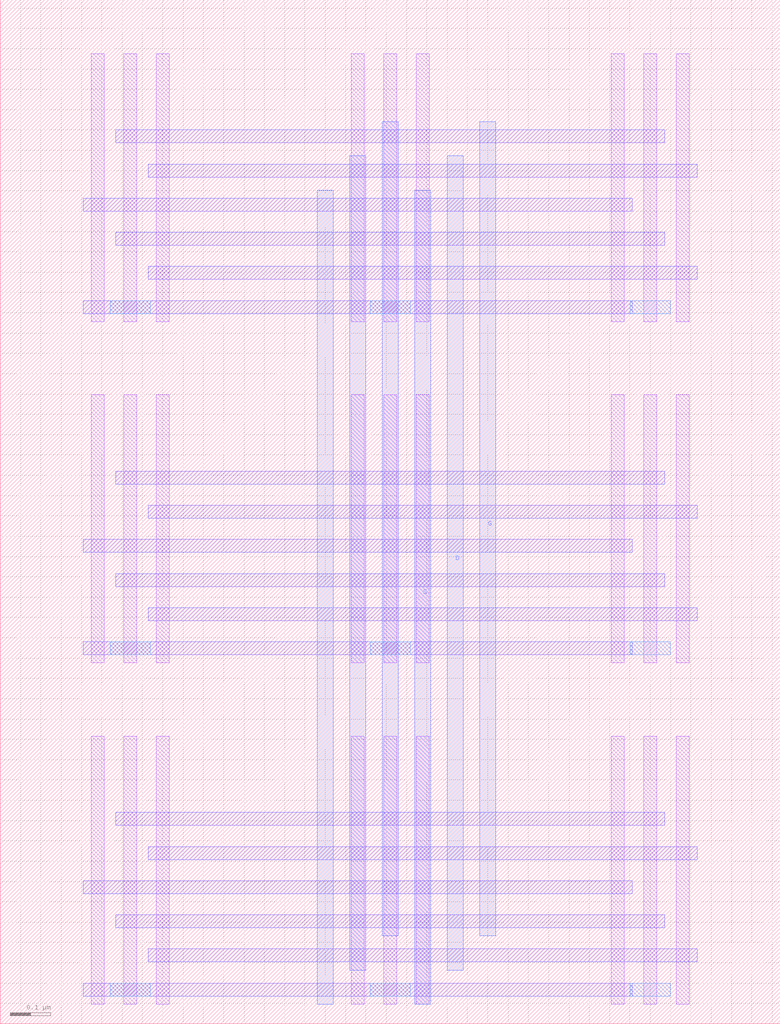
<source format=lef>
MACRO DCL_NMOS_n12_X2_Y1
  ORIGIN 0 0 ;
  FOREIGN DCL_NMOS_n12_X2_Y1 0 0 ;
  SIZE 1.2800 BY 0.8400 ;
  PIN S
    DIRECTION INOUT ;
    USE SIGNAL ;
    PORT
      LAYER M3 ;
        RECT 0.5400 0.0480 0.5800 0.2880 ;
      LAYER M3 ;
        RECT 0.7000 0.0480 0.7400 0.2880 ;
    END
  END S
  PIN D
    DIRECTION INOUT ;
    USE SIGNAL ;
    PORT
      LAYER M3 ;
        RECT 0.6200 0.1320 0.6600 0.3720 ;
      LAYER M3 ;
        RECT 0.7800 0.1320 0.8200 0.3720 ;
    END
  END D
  OBS
    LAYER M1 ;
      RECT 0.3040 0.0480 0.3360 0.7080 ;
    LAYER M1 ;
      RECT 0.2240 0.0480 0.2560 0.7080 ;
    LAYER M1 ;
      RECT 0.3840 0.0480 0.4160 0.7080 ;
    LAYER M1 ;
      RECT 0.9440 0.0480 0.9760 0.7080 ;
    LAYER M1 ;
      RECT 0.8640 0.0480 0.8960 0.7080 ;
    LAYER M1 ;
      RECT 1.0240 0.0480 1.0560 0.7080 ;
    LAYER M2 ;
      RECT 0.2040 0.0680 0.9160 0.1000 ;
    LAYER M2 ;
      RECT 0.2040 0.2360 0.9160 0.2680 ;
    LAYER M2 ;
      RECT 0.2840 0.1520 1.0760 0.1840 ;
    LAYER M2 ;
      RECT 0.2840 0.3200 1.0760 0.3520 ;
    LAYER pc ;
      RECT 0.2710 0.0680 0.3690 0.1000 ;
    LAYER pc ;
      RECT 0.9110 0.0680 1.0090 0.1000 ;
  END
END DCL_NMOS_n12_X2_Y1
MACRO Switch_NMOS_n12_X3_Y1
  ORIGIN 0 0 ;
  FOREIGN Switch_NMOS_n12_X3_Y1 0 0 ;
  SIZE 1.9200 BY 0.8400 ;
  PIN S
    DIRECTION INOUT ;
    USE SIGNAL ;
    PORT
      LAYER M3 ;
        RECT 0.7800 0.0480 0.8200 0.3720 ;
      LAYER M3 ;
        RECT 1.0200 0.0480 1.0600 0.3720 ;
    END
  END S
  PIN D
    DIRECTION INOUT ;
    USE SIGNAL ;
    PORT
      LAYER M3 ;
        RECT 0.8600 0.1320 0.9000 0.4560 ;
      LAYER M3 ;
        RECT 1.1000 0.1320 1.1400 0.4560 ;
    END
  END D
  PIN G
    DIRECTION INOUT ;
    USE SIGNAL ;
    PORT
      LAYER M3 ;
        RECT 0.9400 0.2160 0.9800 0.5400 ;
      LAYER M3 ;
        RECT 1.1800 0.2160 1.2200 0.5400 ;
    END
  END G
  OBS
    LAYER M1 ;
      RECT 0.3040 0.0480 0.3360 0.7080 ;
    LAYER M1 ;
      RECT 0.2240 0.0480 0.2560 0.7080 ;
    LAYER M1 ;
      RECT 0.3840 0.0480 0.4160 0.7080 ;
    LAYER M1 ;
      RECT 0.9440 0.0480 0.9760 0.7080 ;
    LAYER M1 ;
      RECT 0.8640 0.0480 0.8960 0.7080 ;
    LAYER M1 ;
      RECT 1.0240 0.0480 1.0560 0.7080 ;
    LAYER M1 ;
      RECT 1.5840 0.0480 1.6160 0.7080 ;
    LAYER M1 ;
      RECT 1.5040 0.0480 1.5360 0.7080 ;
    LAYER M1 ;
      RECT 1.6640 0.0480 1.6960 0.7080 ;
    LAYER M2 ;
      RECT 0.2040 0.0680 1.5560 0.1000 ;
    LAYER M2 ;
      RECT 0.2040 0.3200 1.5560 0.3520 ;
    LAYER M2 ;
      RECT 0.3640 0.1520 1.7160 0.1840 ;
    LAYER M2 ;
      RECT 0.3640 0.4040 1.7160 0.4360 ;
    LAYER M2 ;
      RECT 0.2840 0.2360 1.6360 0.2680 ;
    LAYER M2 ;
      RECT 0.2840 0.4880 1.6360 0.5200 ;
    LAYER pc ;
      RECT 0.2710 0.0680 0.3690 0.1000 ;
    LAYER pc ;
      RECT 0.9110 0.0680 1.0090 0.1000 ;
    LAYER pc ;
      RECT 1.5510 0.0680 1.6490 0.1000 ;
  END
END Switch_NMOS_n12_X3_Y1
MACRO Switch_NMOS_n12_X3_Y3
  ORIGIN 0 0 ;
  FOREIGN Switch_NMOS_n12_X3_Y3 0 0 ;
  SIZE 1.9200 BY 2.5200 ;
  PIN S
    DIRECTION INOUT ;
    USE SIGNAL ;
    PORT
      LAYER M3 ;
        RECT 0.7800 0.0480 0.8200 2.0520 ;
      LAYER M3 ;
        RECT 1.0200 0.0480 1.0600 2.0520 ;
    END
  END S
  PIN D
    DIRECTION INOUT ;
    USE SIGNAL ;
    PORT
      LAYER M3 ;
        RECT 0.8600 0.1320 0.9000 2.1360 ;
      LAYER M3 ;
        RECT 1.1000 0.1320 1.1400 2.1360 ;
    END
  END D
  PIN G
    DIRECTION INOUT ;
    USE SIGNAL ;
    PORT
      LAYER M3 ;
        RECT 0.9400 0.2160 0.9800 2.2200 ;
      LAYER M3 ;
        RECT 1.1800 0.2160 1.2200 2.2200 ;
    END
  END G
  OBS
    LAYER M1 ;
      RECT 0.3040 0.0480 0.3360 0.7080 ;
    LAYER M1 ;
      RECT 0.3040 0.8880 0.3360 1.5480 ;
    LAYER M1 ;
      RECT 0.3040 1.7280 0.3360 2.3880 ;
    LAYER M1 ;
      RECT 0.2240 0.0480 0.2560 0.7080 ;
    LAYER M1 ;
      RECT 0.2240 0.8880 0.2560 1.5480 ;
    LAYER M1 ;
      RECT 0.2240 1.7280 0.2560 2.3880 ;
    LAYER M1 ;
      RECT 0.3840 0.0480 0.4160 0.7080 ;
    LAYER M1 ;
      RECT 0.3840 0.8880 0.4160 1.5480 ;
    LAYER M1 ;
      RECT 0.3840 1.7280 0.4160 2.3880 ;
    LAYER M1 ;
      RECT 0.9440 0.0480 0.9760 0.7080 ;
    LAYER M1 ;
      RECT 0.9440 0.8880 0.9760 1.5480 ;
    LAYER M1 ;
      RECT 0.9440 1.7280 0.9760 2.3880 ;
    LAYER M1 ;
      RECT 0.8640 0.0480 0.8960 0.7080 ;
    LAYER M1 ;
      RECT 0.8640 0.8880 0.8960 1.5480 ;
    LAYER M1 ;
      RECT 0.8640 1.7280 0.8960 2.3880 ;
    LAYER M1 ;
      RECT 1.0240 0.0480 1.0560 0.7080 ;
    LAYER M1 ;
      RECT 1.0240 0.8880 1.0560 1.5480 ;
    LAYER M1 ;
      RECT 1.0240 1.7280 1.0560 2.3880 ;
    LAYER M1 ;
      RECT 1.5840 0.0480 1.6160 0.7080 ;
    LAYER M1 ;
      RECT 1.5840 0.8880 1.6160 1.5480 ;
    LAYER M1 ;
      RECT 1.5840 1.7280 1.6160 2.3880 ;
    LAYER M1 ;
      RECT 1.5040 0.0480 1.5360 0.7080 ;
    LAYER M1 ;
      RECT 1.5040 0.8880 1.5360 1.5480 ;
    LAYER M1 ;
      RECT 1.5040 1.7280 1.5360 2.3880 ;
    LAYER M1 ;
      RECT 1.6640 0.0480 1.6960 0.7080 ;
    LAYER M1 ;
      RECT 1.6640 0.8880 1.6960 1.5480 ;
    LAYER M1 ;
      RECT 1.6640 1.7280 1.6960 2.3880 ;
    LAYER M2 ;
      RECT 0.2040 0.0680 1.5560 0.1000 ;
    LAYER M2 ;
      RECT 0.2040 0.3200 1.5560 0.3520 ;
    LAYER M2 ;
      RECT 0.3640 0.1520 1.7160 0.1840 ;
    LAYER M2 ;
      RECT 0.3640 0.4040 1.7160 0.4360 ;
    LAYER M2 ;
      RECT 0.2840 0.2360 1.6360 0.2680 ;
    LAYER M2 ;
      RECT 0.2840 0.4880 1.6360 0.5200 ;
    LAYER M2 ;
      RECT 0.2040 0.9080 1.5560 0.9400 ;
    LAYER M2 ;
      RECT 0.2040 1.1600 1.5560 1.1920 ;
    LAYER M2 ;
      RECT 0.3640 0.9920 1.7160 1.0240 ;
    LAYER M2 ;
      RECT 0.3640 1.2440 1.7160 1.2760 ;
    LAYER M2 ;
      RECT 0.2840 1.0760 1.6360 1.1080 ;
    LAYER M2 ;
      RECT 0.2840 1.3280 1.6360 1.3600 ;
    LAYER M2 ;
      RECT 0.2040 1.7480 1.5560 1.7800 ;
    LAYER M2 ;
      RECT 0.2040 2.0000 1.5560 2.0320 ;
    LAYER M2 ;
      RECT 0.3640 1.8320 1.7160 1.8640 ;
    LAYER M2 ;
      RECT 0.3640 2.0840 1.7160 2.1160 ;
    LAYER M2 ;
      RECT 0.2840 1.9160 1.6360 1.9480 ;
    LAYER M2 ;
      RECT 0.2840 2.1680 1.6360 2.2000 ;
    LAYER pc ;
      RECT 0.2710 0.0680 0.3690 0.1000 ;
    LAYER pc ;
      RECT 0.9110 0.0680 1.0090 0.1000 ;
    LAYER pc ;
      RECT 1.5510 0.0680 1.6490 0.1000 ;
    LAYER pc ;
      RECT 0.2710 0.9080 0.3690 0.9400 ;
    LAYER pc ;
      RECT 0.9110 0.9080 1.0090 0.9400 ;
    LAYER pc ;
      RECT 1.5510 0.9080 1.6490 0.9400 ;
    LAYER pc ;
      RECT 0.2710 1.7480 0.3690 1.7800 ;
    LAYER pc ;
      RECT 0.9110 1.7480 1.0090 1.7800 ;
    LAYER pc ;
      RECT 1.5510 1.7480 1.6490 1.7800 ;
  END
END Switch_NMOS_n12_X3_Y3
MACRO Switch_PMOS_n12_X1_Y1
  ORIGIN 0 0 ;
  FOREIGN Switch_PMOS_n12_X1_Y1 0 0 ;
  SIZE 0.6400 BY 0.8400 ;
  PIN S
    DIRECTION INOUT ;
    USE SIGNAL ;
    PORT
      LAYER M3 ;
        RECT 0.1400 0.0480 0.1800 0.3720 ;
      LAYER M3 ;
        RECT 0.3800 0.0480 0.4200 0.3720 ;
    END
  END S
  PIN D
    DIRECTION INOUT ;
    USE SIGNAL ;
    PORT
      LAYER M3 ;
        RECT 0.2200 0.1320 0.2600 0.4560 ;
      LAYER M3 ;
        RECT 0.4600 0.1320 0.5000 0.4560 ;
    END
  END D
  PIN G
    DIRECTION INOUT ;
    USE SIGNAL ;
    PORT
      LAYER M3 ;
        RECT 0.3000 0.2160 0.3400 0.5400 ;
      LAYER M3 ;
        RECT 0.5400 0.2160 0.5800 0.5400 ;
    END
  END G
  OBS
    LAYER M1 ;
      RECT 0.3040 0.0480 0.3360 0.7080 ;
    LAYER M1 ;
      RECT 0.2240 0.0480 0.2560 0.7080 ;
    LAYER M1 ;
      RECT 0.3840 0.0480 0.4160 0.7080 ;
    LAYER M2 ;
      RECT 0.1240 0.0680 0.4360 0.1000 ;
    LAYER M2 ;
      RECT 0.1240 0.3200 0.4360 0.3520 ;
    LAYER M2 ;
      RECT 0.2040 0.1520 0.5160 0.1840 ;
    LAYER M2 ;
      RECT 0.2040 0.4040 0.5160 0.4360 ;
    LAYER M2 ;
      RECT 0.2040 0.2360 0.5960 0.2680 ;
    LAYER M2 ;
      RECT 0.2040 0.4880 0.5960 0.5200 ;
    LAYER pc ;
      RECT 0.2710 0.0680 0.3690 0.1000 ;
  END
END Switch_PMOS_n12_X1_Y1
MACRO Switch_PMOS_n12_X2_Y1
  ORIGIN 0 0 ;
  FOREIGN Switch_PMOS_n12_X2_Y1 0 0 ;
  SIZE 1.2800 BY 0.8400 ;
  PIN S
    DIRECTION INOUT ;
    USE SIGNAL ;
    PORT
      LAYER M3 ;
        RECT 0.4600 0.0480 0.5000 0.3720 ;
      LAYER M3 ;
        RECT 0.7000 0.0480 0.7400 0.3720 ;
    END
  END S
  PIN D
    DIRECTION INOUT ;
    USE SIGNAL ;
    PORT
      LAYER M3 ;
        RECT 0.5400 0.1320 0.5800 0.4560 ;
      LAYER M3 ;
        RECT 0.7800 0.1320 0.8200 0.4560 ;
    END
  END D
  PIN G
    DIRECTION INOUT ;
    USE SIGNAL ;
    PORT
      LAYER M3 ;
        RECT 0.6200 0.2160 0.6600 0.5400 ;
      LAYER M3 ;
        RECT 0.8600 0.2160 0.9000 0.5400 ;
    END
  END G
  OBS
    LAYER M1 ;
      RECT 0.3040 0.0480 0.3360 0.7080 ;
    LAYER M1 ;
      RECT 0.2240 0.0480 0.2560 0.7080 ;
    LAYER M1 ;
      RECT 0.3840 0.0480 0.4160 0.7080 ;
    LAYER M1 ;
      RECT 0.9440 0.0480 0.9760 0.7080 ;
    LAYER M1 ;
      RECT 0.8640 0.0480 0.8960 0.7080 ;
    LAYER M1 ;
      RECT 1.0240 0.0480 1.0560 0.7080 ;
    LAYER M2 ;
      RECT 0.2040 0.0680 0.9160 0.1000 ;
    LAYER M2 ;
      RECT 0.2040 0.3200 0.9160 0.3520 ;
    LAYER M2 ;
      RECT 0.3640 0.1520 1.0760 0.1840 ;
    LAYER M2 ;
      RECT 0.3640 0.4040 1.0760 0.4360 ;
    LAYER M2 ;
      RECT 0.2840 0.2360 0.9960 0.2680 ;
    LAYER M2 ;
      RECT 0.2840 0.4880 0.9960 0.5200 ;
    LAYER pc ;
      RECT 0.2710 0.0680 0.3690 0.1000 ;
    LAYER pc ;
      RECT 0.9110 0.0680 1.0090 0.1000 ;
  END
END Switch_PMOS_n12_X2_Y1

</source>
